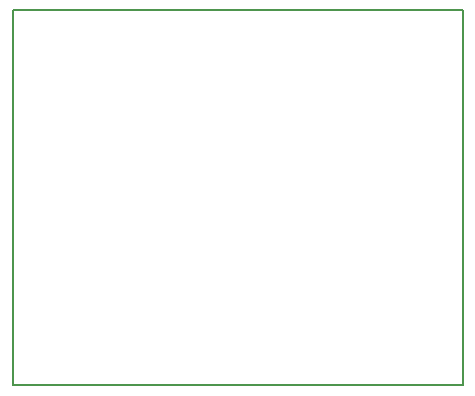
<source format=gbr>
G04 start of page 4 for group 2 idx 2 *
G04 Title: (unknown), outline *
G04 Creator: pcb 20140316 *
G04 CreationDate: Mon 02 Nov 2015 05:35:22 PM GMT UTC *
G04 For: ndholmes *
G04 Format: Gerber/RS-274X *
G04 PCB-Dimensions (mil): 1500.00 1250.00 *
G04 PCB-Coordinate-Origin: lower left *
%MOIN*%
%FSLAX25Y25*%
%LNOUTLINE*%
%ADD49C,0.0080*%
G54D49*X0Y0D02*X150000D01*
Y125000D01*
X0D01*
Y0D01*
M02*

</source>
